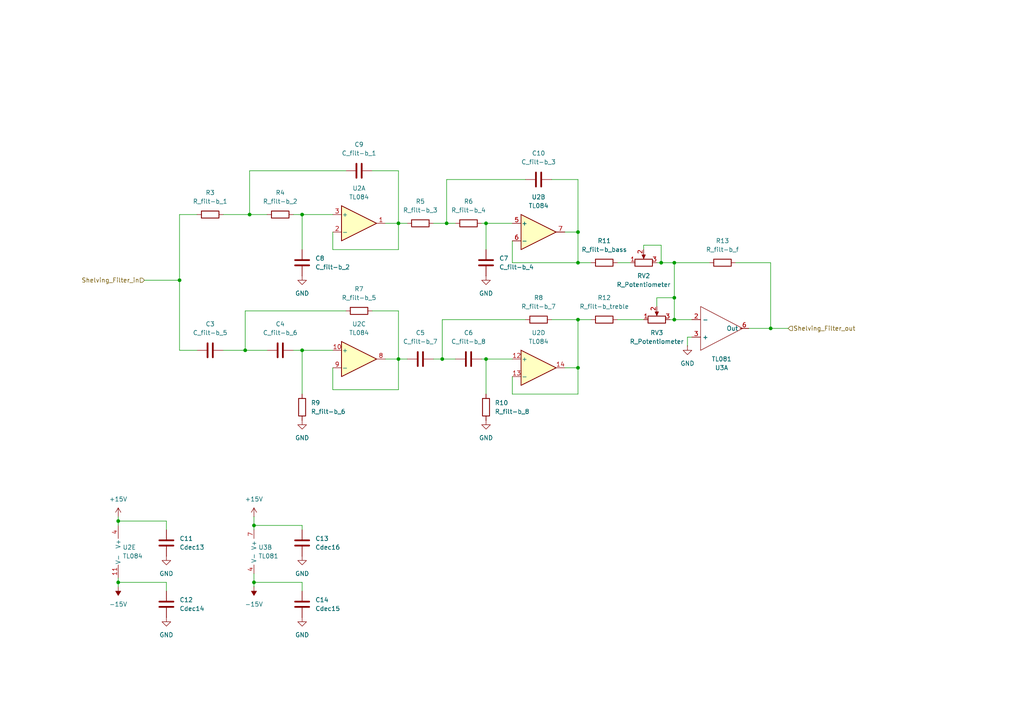
<source format=kicad_sch>
(kicad_sch (version 20231120) (generator "eeschema") (generator_version "8.0")
  (paper "A4")
  (lib_symbols
    (symbol "Amplifier_Operational:TL084" (pin_names (offset 0.127))
      (property "Reference" "U" (at 0 5.08 0))
      (property "Value" "TL084" (at 0 -5.08 0))
      (symbol "TL084_1_1"
        (polyline (pts (xy -5.08 5.08) (xy 5.08 0) (xy -5.08 -5.08) (xy -5.08 5.08)) (stroke (width 0.254)) (fill (type background)))
        (pin output line (at 7.62 0 180) (length 2.54) (name "~") (number "1"))
        (pin input line (at -7.62 -2.54 0) (length 2.54) (name "-") (number "2"))
        (pin input line (at -7.62 2.54 0) (length 2.54) (name "+") (number "3"))
      )
      (symbol "TL084_2_1"
        (polyline (pts (xy -5.08 5.08) (xy 5.08 0) (xy -5.08 -5.08) (xy -5.08 5.08)) (stroke (width 0.254)) (fill (type background)))
        (pin input line (at -7.62 2.54 0) (length 2.54) (name "+") (number "5"))
        (pin input line (at -7.62 -2.54 0) (length 2.54) (name "-") (number "6"))
        (pin output line (at 7.62 0 180) (length 2.54) (name "~") (number "7"))
      )
      (symbol "TL084_3_1"
        (polyline (pts (xy -5.08 5.08) (xy 5.08 0) (xy -5.08 -5.08) (xy -5.08 5.08)) (stroke (width 0.254)) (fill (type background)))
        (pin input line (at -7.62 2.54 0) (length 2.54) (name "+") (number "10"))
        (pin output line (at 7.62 0 180) (length 2.54) (name "~") (number "8"))
        (pin input line (at -7.62 -2.54 0) (length 2.54) (name "-") (number "9"))
      )
      (symbol "TL084_4_1"
        (polyline (pts (xy -5.08 5.08) (xy 5.08 0) (xy -5.08 -5.08) (xy -5.08 5.08)) (stroke (width 0.254)) (fill (type background)))
        (pin input line (at -7.62 2.54 0) (length 2.54) (name "+") (number "12"))
        (pin input line (at -7.62 -2.54 0) (length 2.54) (name "-") (number "13"))
        (pin output line (at 7.62 0 180) (length 2.54) (name "~") (number "14"))
      )
      (symbol "TL084_5_1"
        (pin power_in line (at -2.54 -7.62 90) (length 3.81) (name "V-") (number "11"))
        (pin power_in line (at -2.54 7.62 270) (length 3.81) (name "V+") (number "4"))
      )
    )
    (symbol "Custom_parts:TL081"
      (property "Reference" "U" (at 5.08 10.922 0))
      (property "Value" "TL081" (at 5.334 8.636 0))
      (symbol "TL081_1_1"
        (polyline (pts (xy 0 6.35) (xy 0 -6.35) (xy 12.192 0) (xy 0 6.35)))
        (pin no_connect line (at 2.54 -7.62 90) (length 2.54) hide (name "NC") (number "1"))
        (pin input line (at -2.54 -2.54 0) (length 2.54) (name "-") (number "2"))
        (pin input line (at -2.54 2.54 0) (length 2.54) (name "+") (number "3"))
        (pin no_connect line (at 7.62 -5.08 90) (length 2.54) hide (name "NC") (number "5"))
        (pin bidirectional line (at 13.97 0 180) (length 2.54) (name "Out") (number "6"))
        (pin no_connect line (at 2.54 7.62 270) (length 2.54) hide (name "NC") (number "8"))
      )
      (symbol "TL081_2_1"
        (pin power_in line (at 0 -6.35 90) (length 2.54) (name "V-") (number "4"))
        (pin power_in line (at 0 6.35 270) (length 2.54) (name "V+") (number "7"))
      )
    )
    (symbol "Device:C" (pin_numbers hide) (pin_names (offset 0.254))
      (property "Reference" "C" (at 0.635 2.54 0))
      (property "Value" "C" (at 0.635 -2.54 0))
      (symbol "C_0_1"
        (polyline (pts (xy -2.032 -0.762) (xy 2.032 -0.762)) (stroke (width 0.508)))
        (polyline (pts (xy -2.032 0.762) (xy 2.032 0.762)) (stroke (width 0.508)))
      )
      (symbol "C_1_1"
        (pin passive line (at 0 3.81 270) (length 2.794) (name "~") (number "1"))
        (pin passive line (at 0 -3.81 90) (length 2.794) (name "~") (number "2"))
      )
    )
    (symbol "Device:R" (pin_numbers hide) (pin_names (offset 0))
      (property "Reference" "R" (at 2.032 0 90))
      (property "Value" "R" (at 0 0 90))
      (symbol "R_0_1"
        (rectangle (start -1.016 -2.54) (end 1.016 2.54) (stroke (width 0.254)))
      )
      (symbol "R_1_1"
        (pin passive line (at 0 3.81 270) (length 1.27) (name "~") (number "1"))
        (pin passive line (at 0 -3.81 90) (length 1.27) (name "~") (number "2"))
      )
    )
    (symbol "Device:R_Potentiometer" (pin_names (offset 1.016) hide)
      (property "Reference" "RV" (at -4.445 0 90))
      (property "Value" "R_Potentiometer" (at -2.54 0 90))
      (symbol "R_Potentiometer_0_1"
        (polyline (pts (xy 2.54 0) (xy 1.524 0)))
        (polyline (pts (xy 1.143 0) (xy 2.286 0.508) (xy 2.286 -0.508) (xy 1.143 0)) (fill (type outline)))
        (rectangle (start 1.016 2.54) (end -1.016 -2.54) (stroke (width 0.254)))
      )
      (symbol "R_Potentiometer_1_1"
        (pin passive line (at 0 3.81 270) (length 1.27) (name "1") (number "1"))
        (pin passive line (at 3.81 0 180) (length 1.27) (name "2") (number "2"))
        (pin passive line (at 0 -3.81 90) (length 1.27) (name "3") (number "3"))
      )
    )
    (symbol "power:+15V" (power) (pin_numbers hide) (pin_names (offset 0) hide)
      (property "Value" "+15V" (at 0 3.556 0))
      (symbol "+15V_0_1"
        (polyline (pts (xy -0.762 1.27) (xy 0 2.54)))
        (polyline (pts (xy 0 0) (xy 0 2.54)))
        (polyline (pts (xy 0 2.54) (xy 0.762 1.27)))
      )
      (symbol "+15V_1_1"
        (pin power_in line (at 0 0 90) (length 0) (name "~") (number "1"))
      )
    )
    (symbol "power:-15V" (power) (pin_numbers hide) (pin_names (offset 0) hide)
      (property "Value" "-15V" (at 0 3.556 0))
      (symbol "-15V_0_0"
        (pin power_in line (at 0 0 90) (length 0) (name "~") (number "1"))
      )
      (symbol "-15V_0_1"
        (polyline (pts (xy 0 0) (xy 0 1.27) (xy 0.762 1.27) (xy 0 2.54) (xy -0.762 1.27) (xy 0 1.27)) (fill (type outline)))
      )
    )
    (symbol "power:GND" (power) (pin_numbers hide) (pin_names (offset 0) hide)
      (property "Value" "GND" (at 0 -3.81 0))
      (symbol "GND_0_1"
        (polyline (pts (xy 0 0) (xy 0 -1.27) (xy 1.27 -1.27) (xy 0 -2.54) (xy -1.27 -1.27) (xy 0 -1.27)))
      )
      (symbol "GND_1_1"
        (pin power_in line (at 0 0 270) (length 0) (name "~") (number "1"))
      )
    )
  )
  (junction (at 223.52 95.25))
  (junction (at 72.39 62.23))
  (junction (at 87.63 101.6))
  (junction (at 167.64 92.71))
  (junction (at 52.07 81.28))
  (junction (at 167.64 76.2))
  (junction (at 87.63 62.23))
  (junction (at 115.57 104.14))
  (junction (at 195.58 92.71))
  (junction (at 34.29 151.13))
  (junction (at 128.27 104.14))
  (junction (at 167.64 67.31))
  (junction (at 195.58 76.2))
  (junction (at 115.57 64.77))
  (junction (at 129.54 64.77))
  (junction (at 34.29 168.91))
  (junction (at 73.66 152.4))
  (junction (at 167.64 106.68))
  (junction (at 140.97 104.14))
  (junction (at 140.97 64.77))
  (junction (at 191.77 76.2))
  (junction (at 195.58 86.36))
  (junction (at 73.66 168.91))
  (junction (at 71.12 101.6))
  (wire (pts (xy 167.64 76.2) (xy 171.45 76.2)))
  (wire (pts (xy 152.4 52.07) (xy 129.54 52.07)))
  (wire (pts (xy 85.09 101.6) (xy 87.63 101.6)))
  (wire (pts (xy 115.57 104.14) (xy 118.11 104.14)))
  (wire (pts (xy 199.39 97.79) (xy 200.66 97.79)))
  (wire (pts (xy 52.07 62.23) (xy 57.15 62.23)))
  (wire (pts (xy 179.07 76.2) (xy 182.88 76.2)))
  (wire (pts (xy 85.09 62.23) (xy 87.63 62.23)))
  (wire (pts (xy 48.26 151.13) (xy 34.29 151.13)))
  (wire (pts (xy 140.97 104.14) (xy 140.97 114.3)))
  (wire (pts (xy 73.66 168.91) (xy 73.66 166.37)))
  (wire (pts (xy 87.63 152.4) (xy 73.66 152.4)))
  (wire (pts (xy 72.39 49.53) (xy 72.39 62.23)))
  (wire (pts (xy 140.97 104.14) (xy 148.59 104.14)))
  (wire (pts (xy 48.26 168.91) (xy 34.29 168.91)))
  (wire (pts (xy 48.26 153.67) (xy 48.26 151.13)))
  (wire (pts (xy 115.57 104.14) (xy 111.76 104.14)))
  (wire (pts (xy 195.58 76.2) (xy 205.74 76.2)))
  (wire (pts (xy 96.52 67.31) (xy 96.52 72.39)))
  (wire (pts (xy 191.77 76.2) (xy 195.58 76.2)))
  (wire (pts (xy 195.58 86.36) (xy 195.58 92.71)))
  (wire (pts (xy 52.07 81.28) (xy 41.91 81.28)))
  (wire (pts (xy 186.69 71.12) (xy 191.77 71.12)))
  (wire (pts (xy 129.54 64.77) (xy 132.08 64.77)))
  (wire (pts (xy 179.07 92.71) (xy 186.69 92.71)))
  (wire (pts (xy 96.52 106.68) (xy 96.52 113.03)))
  (wire (pts (xy 72.39 62.23) (xy 77.47 62.23)))
  (wire (pts (xy 167.64 52.07) (xy 167.64 67.31)))
  (wire (pts (xy 71.12 90.17) (xy 71.12 101.6)))
  (wire (pts (xy 160.02 52.07) (xy 167.64 52.07)))
  (wire (pts (xy 223.52 95.25) (xy 228.6 95.25)))
  (wire (pts (xy 52.07 101.6) (xy 57.15 101.6)))
  (wire (pts (xy 167.64 106.68) (xy 163.83 106.68)))
  (wire (pts (xy 199.39 100.33) (xy 199.39 97.79)))
  (wire (pts (xy 139.7 64.77) (xy 140.97 64.77)))
  (wire (pts (xy 96.52 113.03) (xy 115.57 113.03)))
  (wire (pts (xy 96.52 72.39) (xy 115.57 72.39)))
  (wire (pts (xy 128.27 92.71) (xy 128.27 104.14)))
  (wire (pts (xy 87.63 101.6) (xy 96.52 101.6)))
  (wire (pts (xy 115.57 49.53) (xy 115.57 64.77)))
  (wire (pts (xy 160.02 92.71) (xy 167.64 92.71)))
  (wire (pts (xy 34.29 151.13) (xy 34.29 152.4)))
  (wire (pts (xy 190.5 76.2) (xy 191.77 76.2)))
  (wire (pts (xy 125.73 64.77) (xy 129.54 64.77)))
  (wire (pts (xy 190.5 86.36) (xy 195.58 86.36)))
  (wire (pts (xy 73.66 170.18) (xy 73.66 168.91)))
  (wire (pts (xy 167.64 67.31) (xy 163.83 67.31)))
  (wire (pts (xy 190.5 88.9) (xy 190.5 86.36)))
  (wire (pts (xy 100.33 49.53) (xy 72.39 49.53)))
  (wire (pts (xy 48.26 171.45) (xy 48.26 168.91)))
  (wire (pts (xy 191.77 71.12) (xy 191.77 76.2)))
  (wire (pts (xy 87.63 171.45) (xy 87.63 168.91)))
  (wire (pts (xy 152.4 92.71) (xy 128.27 92.71)))
  (wire (pts (xy 148.59 114.3) (xy 167.64 114.3)))
  (wire (pts (xy 52.07 81.28) (xy 52.07 101.6)))
  (wire (pts (xy 115.57 64.77) (xy 118.11 64.77)))
  (wire (pts (xy 167.64 114.3) (xy 167.64 106.68)))
  (wire (pts (xy 167.64 92.71) (xy 167.64 106.68)))
  (wire (pts (xy 167.64 76.2) (xy 167.64 67.31)))
  (wire (pts (xy 213.36 76.2) (xy 223.52 76.2)))
  (wire (pts (xy 64.77 62.23) (xy 72.39 62.23)))
  (wire (pts (xy 115.57 113.03) (xy 115.57 104.14)))
  (wire (pts (xy 194.31 92.71) (xy 195.58 92.71)))
  (wire (pts (xy 87.63 168.91) (xy 73.66 168.91)))
  (wire (pts (xy 115.57 64.77) (xy 111.76 64.77)))
  (wire (pts (xy 148.59 76.2) (xy 167.64 76.2)))
  (wire (pts (xy 87.63 62.23) (xy 87.63 72.39)))
  (wire (pts (xy 107.95 49.53) (xy 115.57 49.53)))
  (wire (pts (xy 34.29 170.18) (xy 34.29 168.91)))
  (wire (pts (xy 195.58 92.71) (xy 200.66 92.71)))
  (wire (pts (xy 87.63 101.6) (xy 87.63 114.3)))
  (wire (pts (xy 73.66 149.86) (xy 73.66 152.4)))
  (wire (pts (xy 73.66 152.4) (xy 73.66 153.67)))
  (wire (pts (xy 125.73 104.14) (xy 128.27 104.14)))
  (wire (pts (xy 71.12 101.6) (xy 77.47 101.6)))
  (wire (pts (xy 195.58 76.2) (xy 195.58 86.36)))
  (wire (pts (xy 128.27 104.14) (xy 132.08 104.14)))
  (wire (pts (xy 34.29 168.91) (xy 34.29 167.64)))
  (wire (pts (xy 223.52 76.2) (xy 223.52 95.25)))
  (wire (pts (xy 52.07 62.23) (xy 52.07 81.28)))
  (wire (pts (xy 100.33 90.17) (xy 71.12 90.17)))
  (wire (pts (xy 140.97 64.77) (xy 148.59 64.77)))
  (wire (pts (xy 139.7 104.14) (xy 140.97 104.14)))
  (wire (pts (xy 107.95 90.17) (xy 115.57 90.17)))
  (wire (pts (xy 34.29 149.86) (xy 34.29 151.13)))
  (wire (pts (xy 87.63 62.23) (xy 96.52 62.23)))
  (wire (pts (xy 64.77 101.6) (xy 71.12 101.6)))
  (wire (pts (xy 148.59 69.85) (xy 148.59 76.2)))
  (wire (pts (xy 167.64 92.71) (xy 171.45 92.71)))
  (wire (pts (xy 186.69 72.39) (xy 186.69 71.12)))
  (wire (pts (xy 115.57 90.17) (xy 115.57 104.14)))
  (wire (pts (xy 129.54 52.07) (xy 129.54 64.77)))
  (wire (pts (xy 148.59 109.22) (xy 148.59 114.3)))
  (wire (pts (xy 223.52 95.25) (xy 217.17 95.25)))
  (wire (pts (xy 115.57 72.39) (xy 115.57 64.77)))
  (wire (pts (xy 87.63 153.67) (xy 87.63 152.4)))
  (wire (pts (xy 140.97 64.77) (xy 140.97 72.39)))
  (hierarchical_label "Shelving_Filter_out" (shape input) (at 228.6 95.25 0))
  (hierarchical_label "Shelving_Filter_in" (shape input) (at 41.91 81.28 180))
  (symbol (lib_id "Device:R") (at 140.97 118.11 180) (unit 1)
    (property "Reference" "R10" (at 143.51 116.8399 0) (effects (justify right)))
    (property "Value" "R_filt-b_8" (at 143.51 119.3799 0) (effects (justify right)))
    (property "Footprint" "Resistor_THT:R_Axial_DIN0207_L6.3mm_D2.5mm_P10.16mm_Horizontal" (effects (hide yes)))
    (property "Description" "Resistor" (effects (hide yes)))
  )
  (symbol (lib_id "Device:C") (at 87.63 157.48 180) (unit 1)
    (property "Reference" "C13" (at 91.44 156.2099 0) (effects (justify right)))
    (property "Value" "Cdec16" (at 91.44 158.7499 0) (effects (justify right)))
    (property "Footprint" "Capacitor_THT:C_Disc_D3.0mm_W1.6mm_P2.50mm" (effects (hide yes)))
    (property "Description" "Unpolarized capacitor" (effects (hide yes)))
  )
  (symbol (lib_id "Device:R") (at 135.89 64.77 90) (unit 1)
    (property "Reference" "R6" (at 135.89 58.42 90))
    (property "Value" "R_filt-b_4" (at 135.89 60.96 90))
    (property "Footprint" "Resistor_THT:R_Axial_DIN0207_L6.3mm_D2.5mm_P10.16mm_Horizontal" (effects (hide yes)))
    (property "Description" "Resistor" (effects (hide yes)))
  )
  (symbol (lib_id "Device:R") (at 175.26 92.71 90) (unit 1)
    (property "Reference" "R12" (at 175.26 86.36 90))
    (property "Value" "R_filt-b_treble" (at 175.26 88.9 90))
    (property "Footprint" "Resistor_THT:R_Axial_DIN0207_L6.3mm_D2.5mm_P10.16mm_Horizontal" (effects (hide yes)))
    (property "Description" "Resistor" (effects (hide yes)))
  )
  (symbol (lib_id "Device:R") (at 121.92 64.77 90) (unit 1)
    (property "Reference" "R5" (at 121.92 58.42 90))
    (property "Value" "R_filt-b_3" (at 121.92 60.96 90))
    (property "Footprint" "Resistor_THT:R_Axial_DIN0207_L6.3mm_D2.5mm_P10.16mm_Horizontal" (effects (hide yes)))
    (property "Description" "Resistor" (effects (hide yes)))
  )
  (symbol (lib_id "Device:C") (at 87.63 175.26 180) (unit 1)
    (property "Reference" "C14" (at 91.44 173.9899 0) (effects (justify right)))
    (property "Value" "Cdec15" (at 91.44 176.5299 0) (effects (justify right)))
    (property "Footprint" "Capacitor_THT:C_Disc_D3.0mm_W1.6mm_P2.50mm" (effects (hide yes)))
    (property "Description" "Unpolarized capacitor" (effects (hide yes)))
  )
  (symbol (lib_id "Device:R") (at 87.63 118.11 180) (unit 1)
    (property "Reference" "R9" (at 90.17 116.8399 0) (effects (justify right)))
    (property "Value" "R_filt-b_6" (at 90.17 119.3799 0) (effects (justify right)))
    (property "Footprint" "Resistor_THT:R_Axial_DIN0207_L6.3mm_D2.5mm_P10.16mm_Horizontal" (effects (hide yes)))
    (property "Description" "Resistor" (effects (hide yes)))
  )
  (symbol (lib_id "Device:R_Potentiometer") (at 186.69 76.2 90) (unit 1)
    (property "Reference" "RV2" (at 186.69 80.01 90))
    (property "Value" "R_Potentiometer" (at 186.69 82.55 90))
    (property "Footprint" "Custom_parts:Trim Pot" (effects (hide yes)))
    (property "Description" "Potentiometer" (effects (hide yes)))
  )
  (symbol (lib_id "power:GND") (at 140.97 80.01 0) (unit 1)
    (property "Reference" "#PWR010" (effects (hide yes)))
    (property "Value" "GND" (at 140.97 85.09 0))
    (property "Description" "Power symbol creates a global label with name \"GND\" , ground" (effects (hide yes)))
  )
  (symbol (lib_id "Device:C") (at 60.96 101.6 90) (unit 1)
    (property "Reference" "C3" (at 60.96 93.98 90))
    (property "Value" "C_filt-b_5" (at 60.96 96.52 90))
    (property "Footprint" "Capacitor_THT:C_Disc_D3.0mm_W1.6mm_P2.50mm" (effects (hide yes)))
    (property "Description" "Unpolarized capacitor" (effects (hide yes)))
  )
  (symbol (lib_id "Amplifier_Operational:TL084") (at 104.14 104.14 0) (unit 3)
    (property "Reference" "U2" (at 104.14 93.98 0))
    (property "Value" "TL084" (at 104.14 96.52 0))
    (property "Footprint" "Package_DIP:CERDIP-14_W7.62mm_SideBrazed_LongPads_Socket" (effects (hide yes)))
    (property "Datasheet" "http://www.ti.com/lit/ds/symlink/tl081.pdf" (effects (hide yes)))
    (property "Description" "Quad JFET-Input Operational Amplifiers, DIP-14/SOIC-14/SSOP-14" (effects (hide yes)))
  )
  (symbol (lib_id "power:GND") (at 87.63 121.92 0) (unit 1)
    (property "Reference" "#PWR09" (effects (hide yes)))
    (property "Value" "GND" (at 87.63 127 0))
    (property "Description" "Power symbol creates a global label with name \"GND\" , ground" (effects (hide yes)))
  )
  (symbol (lib_id "power:-15V") (at 73.66 170.18 180) (unit 1)
    (property "Reference" "#PWR017" (effects (hide yes)))
    (property "Value" "-15V" (at 73.66 175.26 0))
    (property "Description" "Power symbol creates a global label with name \"-15V\"" (effects (hide yes)))
  )
  (symbol (lib_id "Custom_parts:TL081") (at 73.66 160.02 0) (unit 2)
    (property "Reference" "U3" (at 74.93 158.7499 0) (effects (justify left)))
    (property "Value" "TL081" (at 74.93 161.2899 0) (effects (justify left)))
    (property "Footprint" "Package_DIP:CERDIP-8_W7.62mm_SideBrazed_LongPads_Socket" (effects (hide yes)))
  )
  (symbol (lib_id "Device:C") (at 135.89 104.14 90) (unit 1)
    (property "Reference" "C6" (at 135.89 96.52 90))
    (property "Value" "C_filt-b_8" (at 135.89 99.06 90))
    (property "Footprint" "Capacitor_THT:C_Disc_D3.0mm_W1.6mm_P2.50mm" (effects (hide yes)))
    (property "Description" "Unpolarized capacitor" (effects (hide yes)))
  )
  (symbol (lib_id "Amplifier_Operational:TL084") (at 104.14 64.77 0) (unit 1)
    (property "Reference" "U2" (at 104.14 54.61 0))
    (property "Value" "TL084" (at 104.14 57.15 0))
    (property "Footprint" "Package_DIP:CERDIP-14_W7.62mm_SideBrazed_LongPads_Socket" (effects (hide yes)))
    (property "Datasheet" "http://www.ti.com/lit/ds/symlink/tl081.pdf" (effects (hide yes)))
    (property "Description" "Quad JFET-Input Operational Amplifiers, DIP-14/SOIC-14/SSOP-14" (effects (hide yes)))
  )
  (symbol (lib_id "Device:C") (at 104.14 49.53 270) (unit 1)
    (property "Reference" "C9" (at 104.14 41.91 90))
    (property "Value" "C_filt-b_1" (at 104.14 44.45 90))
    (property "Footprint" "Capacitor_THT:C_Disc_D3.0mm_W1.6mm_P2.50mm" (effects (hide yes)))
    (property "Description" "Unpolarized capacitor" (effects (hide yes)))
  )
  (symbol (lib_id "Device:R") (at 175.26 76.2 90) (unit 1)
    (property "Reference" "R11" (at 175.26 69.85 90))
    (property "Value" "R_filt-b_bass" (at 175.26 72.39 90))
    (property "Footprint" "Resistor_THT:R_Axial_DIN0207_L6.3mm_D2.5mm_P10.16mm_Horizontal" (effects (hide yes)))
    (property "Description" "Resistor" (effects (hide yes)))
  )
  (symbol (lib_id "power:GND") (at 87.63 179.07 0) (unit 1)
    (property "Reference" "#PWR018" (effects (hide yes)))
    (property "Value" "GND" (at 87.63 184.15 0))
    (property "Description" "Power symbol creates a global label with name \"GND\" , ground" (effects (hide yes)))
  )
  (symbol (lib_id "Device:C") (at 81.28 101.6 90) (unit 1)
    (property "Reference" "C4" (at 81.28 93.98 90))
    (property "Value" "C_filt-b_6" (at 81.28 96.52 90))
    (property "Footprint" "Capacitor_THT:C_Disc_D3.0mm_W1.6mm_P2.50mm" (effects (hide yes)))
    (property "Description" "Unpolarized capacitor" (effects (hide yes)))
  )
  (symbol (lib_id "Amplifier_Operational:TL084") (at 156.21 67.31 0) (unit 2)
    (property "Reference" "U2" (at 156.21 57.15 0))
    (property "Value" "TL084" (at 156.21 59.69 0))
    (property "Footprint" "Package_DIP:CERDIP-14_W7.62mm_SideBrazed_LongPads_Socket" (effects (hide yes)))
    (property "Datasheet" "http://www.ti.com/lit/ds/symlink/tl081.pdf" (effects (hide yes)))
    (property "Description" "Quad JFET-Input Operational Amplifiers, DIP-14/SOIC-14/SSOP-14" (effects (hide yes)))
  )
  (symbol (lib_id "Device:C") (at 87.63 76.2 180) (unit 1)
    (property "Reference" "C8" (at 91.44 74.9299 0) (effects (justify right)))
    (property "Value" "C_filt-b_2" (at 91.44 77.4699 0) (effects (justify right)))
    (property "Footprint" "Capacitor_THT:C_Disc_D3.0mm_W1.6mm_P2.50mm" (effects (hide yes)))
    (property "Description" "Unpolarized capacitor" (effects (hide yes)))
  )
  (symbol (lib_id "power:+15V") (at 73.66 149.86 0) (unit 1)
    (property "Reference" "#PWR016" (effects (hide yes)))
    (property "Value" "+15V" (at 73.66 144.78 0))
    (property "Description" "Power symbol creates a global label with name \"+15V\"" (effects (hide yes)))
  )
  (symbol (lib_id "power:GND") (at 48.26 179.07 0) (unit 1)
    (property "Reference" "#PWR015" (effects (hide yes)))
    (property "Value" "GND" (at 48.26 184.15 0))
    (property "Description" "Power symbol creates a global label with name \"GND\" , ground" (effects (hide yes)))
  )
  (symbol (lib_id "power:+15V") (at 34.29 149.86 0) (unit 1)
    (property "Reference" "#PWR012" (effects (hide yes)))
    (property "Value" "+15V" (at 34.29 144.78 0))
    (property "Description" "Power symbol creates a global label with name \"+15V\"" (effects (hide yes)))
  )
  (symbol (lib_id "power:GND") (at 199.39 100.33 0) (unit 1)
    (property "Reference" "#PWR020" (effects (hide yes)))
    (property "Value" "GND" (at 199.39 105.41 0))
    (property "Description" "Power symbol creates a global label with name \"GND\" , ground" (effects (hide yes)))
  )
  (symbol (lib_id "power:-15V") (at 34.29 170.18 180) (unit 1)
    (property "Reference" "#PWR013" (effects (hide yes)))
    (property "Value" "-15V" (at 34.29 175.26 0))
    (property "Description" "Power symbol creates a global label with name \"-15V\"" (effects (hide yes)))
  )
  (symbol (lib_id "power:GND") (at 87.63 161.29 0) (unit 1)
    (property "Reference" "#PWR019" (effects (hide yes)))
    (property "Value" "GND" (at 87.63 166.37 0))
    (property "Description" "Power symbol creates a global label with name \"GND\" , ground" (effects (hide yes)))
  )
  (symbol (lib_id "Device:R") (at 209.55 76.2 90) (unit 1)
    (property "Reference" "R13" (at 209.55 69.85 90))
    (property "Value" "R_filt-b_f" (at 209.55 72.39 90))
    (property "Footprint" "Resistor_THT:R_Axial_DIN0207_L6.3mm_D2.5mm_P10.16mm_Horizontal" (effects (hide yes)))
    (property "Description" "Resistor" (effects (hide yes)))
  )
  (symbol (lib_id "power:GND") (at 87.63 80.01 0) (unit 1)
    (property "Reference" "#PWR08" (effects (hide yes)))
    (property "Value" "GND" (at 87.63 85.09 0))
    (property "Description" "Power symbol creates a global label with name \"GND\" , ground" (effects (hide yes)))
  )
  (symbol (lib_id "Custom_parts:TL081") (at 203.2 95.25 0) (mirror x) (unit 1)
    (property "Reference" "U3" (at 209.296 106.68 0))
    (property "Value" "TL081" (at 209.296 104.14 0))
    (property "Footprint" "Package_DIP:CERDIP-8_W7.62mm_SideBrazed_LongPads_Socket" (effects (hide yes)))
  )
  (symbol (lib_id "power:GND") (at 140.97 121.92 0) (unit 1)
    (property "Reference" "#PWR011" (effects (hide yes)))
    (property "Value" "GND" (at 140.97 127 0))
    (property "Description" "Power symbol creates a global label with name \"GND\" , ground" (effects (hide yes)))
  )
  (symbol (lib_id "Device:C") (at 156.21 52.07 270) (unit 1)
    (property "Reference" "C10" (at 156.21 44.45 90))
    (property "Value" "C_filt-b_3" (at 156.21 46.99 90))
    (property "Footprint" "Capacitor_THT:C_Disc_D3.0mm_W1.6mm_P2.50mm" (effects (hide yes)))
    (property "Description" "Unpolarized capacitor" (effects (hide yes)))
  )
  (symbol (lib_id "Device:C") (at 121.92 104.14 90) (unit 1)
    (property "Reference" "C5" (at 121.92 96.52 90))
    (property "Value" "C_filt-b_7" (at 121.92 99.06 90))
    (property "Footprint" "Capacitor_THT:C_Disc_D3.0mm_W1.6mm_P2.50mm" (effects (hide yes)))
    (property "Description" "Unpolarized capacitor" (effects (hide yes)))
  )
  (symbol (lib_id "Device:C") (at 140.97 76.2 180) (unit 1)
    (property "Reference" "C7" (at 144.78 74.9299 0) (effects (justify right)))
    (property "Value" "C_filt-b_4" (at 144.78 77.4699 0) (effects (justify right)))
    (property "Footprint" "Capacitor_THT:C_Disc_D3.0mm_W1.6mm_P2.50mm" (effects (hide yes)))
    (property "Description" "Unpolarized capacitor" (effects (hide yes)))
  )
  (symbol (lib_id "power:GND") (at 48.26 161.29 0) (unit 1)
    (property "Reference" "#PWR014" (effects (hide yes)))
    (property "Value" "GND" (at 48.26 166.37 0))
    (property "Description" "Power symbol creates a global label with name \"GND\" , ground" (effects (hide yes)))
  )
  (symbol (lib_id "Amplifier_Operational:TL084") (at 156.21 106.68 0) (unit 4)
    (property "Reference" "U2" (at 156.21 96.52 0))
    (property "Value" "TL084" (at 156.21 99.06 0))
    (property "Footprint" "Package_DIP:CERDIP-14_W7.62mm_SideBrazed_LongPads_Socket" (effects (hide yes)))
    (property "Datasheet" "http://www.ti.com/lit/ds/symlink/tl081.pdf" (effects (hide yes)))
    (property "Description" "Quad JFET-Input Operational Amplifiers, DIP-14/SOIC-14/SSOP-14" (effects (hide yes)))
  )
  (symbol (lib_id "Device:R") (at 81.28 62.23 90) (unit 1)
    (property "Reference" "R4" (at 81.28 55.88 90))
    (property "Value" "R_filt-b_2" (at 81.28 58.42 90))
    (property "Footprint" "Resistor_THT:R_Axial_DIN0207_L6.3mm_D2.5mm_P10.16mm_Horizontal" (effects (hide yes)))
    (property "Description" "Resistor" (effects (hide yes)))
  )
  (symbol (lib_id "Device:R") (at 60.96 62.23 90) (unit 1)
    (property "Reference" "R3" (at 60.96 55.88 90))
    (property "Value" "R_filt-b_1" (at 60.96 58.42 90))
    (property "Footprint" "Resistor_THT:R_Axial_DIN0207_L6.3mm_D2.5mm_P10.16mm_Horizontal" (effects (hide yes)))
    (property "Description" "Resistor" (effects (hide yes)))
  )
  (symbol (lib_id "Amplifier_Operational:TL084") (at 36.83 160.02 0) (unit 5)
    (property "Reference" "U2" (at 35.56 158.7499 0) (effects (justify left)))
    (property "Value" "TL084" (at 35.56 161.2899 0) (effects (justify left)))
    (property "Footprint" "Package_DIP:CERDIP-14_W7.62mm_SideBrazed_LongPads_Socket" (effects (hide yes)))
    (property "Datasheet" "http://www.ti.com/lit/ds/symlink/tl081.pdf" (effects (hide yes)))
    (property "Description" "Quad JFET-Input Operational Amplifiers, DIP-14/SOIC-14/SSOP-14" (effects (hide yes)))
  )
  (symbol (lib_id "Device:C") (at 48.26 157.48 180) (unit 1)
    (property "Reference" "C11" (at 52.07 156.2099 0) (effects (justify right)))
    (property "Value" "Cdec13" (at 52.07 158.7499 0) (effects (justify right)))
    (property "Footprint" "Capacitor_THT:C_Disc_D3.0mm_W1.6mm_P2.50mm" (effects (hide yes)))
    (property "Description" "Unpolarized capacitor" (effects (hide yes)))
  )
  (symbol (lib_id "Device:R") (at 156.21 92.71 90) (unit 1)
    (property "Reference" "R8" (at 156.21 86.36 90))
    (property "Value" "R_filt-b_7" (at 156.21 88.9 90))
    (property "Footprint" "Resistor_THT:R_Axial_DIN0207_L6.3mm_D2.5mm_P10.16mm_Horizontal" (effects (hide yes)))
    (property "Description" "Resistor" (effects (hide yes)))
  )
  (symbol (lib_id "Device:C") (at 48.26 175.26 0) (unit 1)
    (property "Reference" "C12" (at 52.07 173.9899 0) (effects (justify left)))
    (property "Value" "Cdec14" (at 52.07 176.5299 0) (effects (justify left)))
    (property "Footprint" "Capacitor_THT:C_Disc_D3.0mm_W1.6mm_P2.50mm" (effects (hide yes)))
    (property "Description" "Unpolarized capacitor" (effects (hide yes)))
  )
  (symbol (lib_id "Device:R_Potentiometer") (at 190.5 92.71 90) (unit 1)
    (property "Reference" "RV3" (at 190.5 96.52 90))
    (property "Value" "R_Potentiometer" (at 190.5 99.06 90))
    (property "Footprint" "Custom_parts:Trim Pot" (effects (hide yes)))
    (property "Description" "Potentiometer" (effects (hide yes)))
  )
  (symbol (lib_id "Device:R") (at 104.14 90.17 90) (unit 1)
    (property "Reference" "R7" (at 104.14 83.82 90))
    (property "Value" "R_filt-b_5" (at 104.14 86.36 90))
    (property "Footprint" "Resistor_THT:R_Axial_DIN0207_L6.3mm_D2.5mm_P10.16mm_Horizontal" (effects (hide yes)))
    (property "Description" "Resistor" (effects (hide yes)))
  )
)
</source>
